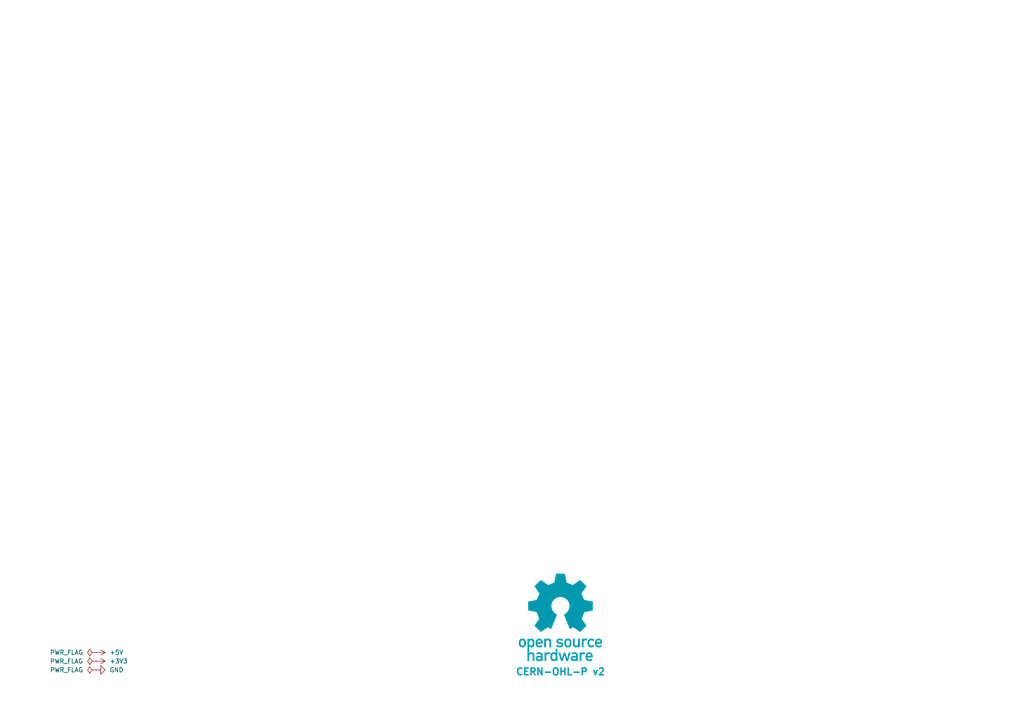
<source format=kicad_sch>
(kicad_sch (version 20231120) (generator "eeschema") (generator_version "8.0")
  (paper "A4")
  (lib_symbols
    (symbol "power:GND" (power) (pin_numbers hide) (pin_names (offset 0) hide)
      (property "Value" "GND" (at 0 -3.81 0))
      (symbol "GND_0_1"
        (polyline (pts (xy 0 0) (xy 0 -1.27) (xy 1.27 -1.27) (xy 0 -2.54) (xy -1.27 -1.27) (xy 0 -1.27)))
      )
      (symbol "GND_1_1"
        (pin power_in line (at 0 0 270) (length 0) (name "~") (number "1"))
      )
    )
    (symbol "power:PWR_FLAG" (power) (pin_numbers hide) (pin_names (offset 0) hide)
      (property "Value" "PWR_FLAG" (at 0 3.81 0))
      (symbol "PWR_FLAG_0_0"
        (pin power_out line (at 0 0 90) (length 0) (name "~") (number "1"))
      )
      (symbol "PWR_FLAG_0_1"
        (polyline (pts (xy 0 0) (xy 0 1.27) (xy -1.016 1.905) (xy 0 2.54) (xy 1.016 1.905) (xy 0 1.27)))
      )
    )
    (symbol "power:VCC" (power) (pin_numbers hide) (pin_names (offset 0) hide)
      (property "Value" "VCC" (at 0 3.556 0))
      (symbol "VCC_0_1"
        (polyline (pts (xy -0.762 1.27) (xy 0 2.54)))
        (polyline (pts (xy 0 0) (xy 0 2.54)))
        (polyline (pts (xy 0 2.54) (xy 0.762 1.27)))
      )
      (symbol "VCC_1_1"
        (pin power_in line (at 0 0 90) (length 0) (name "~") (number "1"))
      )
    )
  )
  (image (at 162.56 179.07) (scale 0.37481))
  (text "CERN-OHL-P v2" (at 162.56 195.072 0) (effects (font (size 2 2) (thickness 0.4) (bold yes))))
  (symbol (lib_id "power:VCC") (at 27.94 191.77 270) (unit 1)
    (property "Reference" "#PWR01" (effects (hide yes)))
    (property "Value" "+3V3" (at 31.75 191.7699 90) (effects (justify left)))
    (property "Description" "Power symbol creates a global label with name \"VCC\"" (effects (hide yes)))
  )
  (symbol (lib_id "power:VCC") (at 27.94 189.23 270) (unit 1)
    (property "Reference" "#PWR06" (effects (hide yes)))
    (property "Value" "+5V" (at 31.75 189.2299 90) (effects (justify left)))
    (property "Description" "Power symbol creates a global label with name \"VCC\"" (effects (hide yes)))
  )
  (symbol (lib_id "power:GND") (at 27.94 194.31 90) (unit 1)
    (property "Reference" "#PWR02" (effects (hide yes)))
    (property "Value" "GND" (at 31.75 194.3099 90) (effects (justify right)))
    (property "Description" "Power symbol creates a global label with name \"GND\" , ground" (effects (hide yes)))
  )
  (symbol (lib_id "power:PWR_FLAG") (at 27.94 191.77 90) (unit 1)
    (property "Reference" "#FLG01" (effects (hide yes)))
    (property "Value" "PWR_FLAG" (at 24.13 191.7699 90) (effects (justify left)))
    (property "Description" "Special symbol for telling ERC where power comes from" (effects (hide yes)))
  )
  (symbol (lib_id "power:PWR_FLAG") (at 27.94 189.23 90) (unit 1)
    (property "Reference" "#FLG03" (effects (hide yes)))
    (property "Value" "PWR_FLAG" (at 24.13 189.2299 90) (effects (justify left)))
    (property "Description" "Special symbol for telling ERC where power comes from" (effects (hide yes)))
  )
  (symbol (lib_id "power:PWR_FLAG") (at 27.94 194.31 90) (unit 1)
    (property "Reference" "#FLG02" (effects (hide yes)))
    (property "Value" "PWR_FLAG" (at 24.13 194.3099 90) (effects (justify left)))
    (property "Description" "Special symbol for telling ERC where power comes from" (effects (hide yes)))
  )
)
</source>
